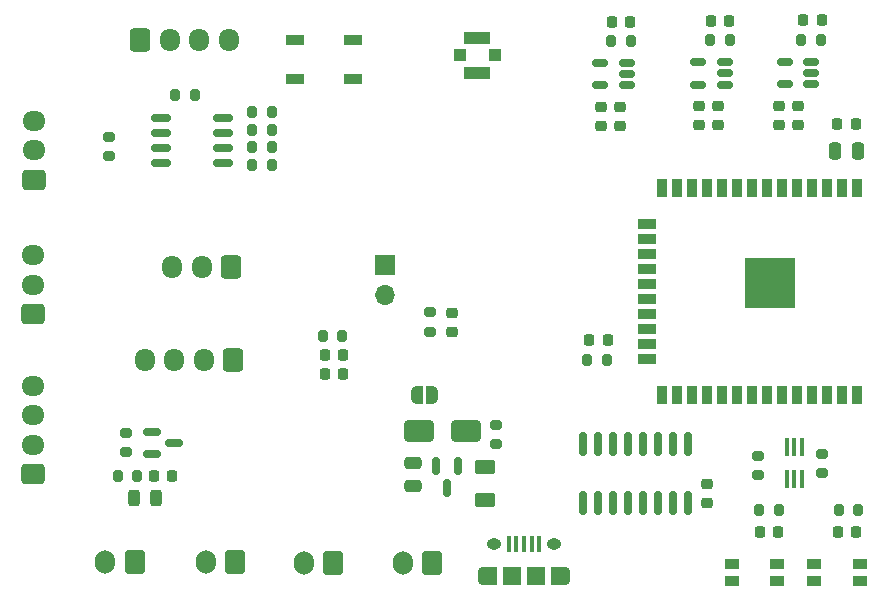
<source format=gts>
G04 #@! TF.GenerationSoftware,KiCad,Pcbnew,7.0.5-7.0.5~ubuntu20.04.1*
G04 #@! TF.CreationDate,2023-10-16T22:49:33-03:00*
G04 #@! TF.ProjectId,Iguana_V1,49677561-6e61-45f5-9631-2e6b69636164,rev?*
G04 #@! TF.SameCoordinates,Original*
G04 #@! TF.FileFunction,Soldermask,Top*
G04 #@! TF.FilePolarity,Negative*
%FSLAX46Y46*%
G04 Gerber Fmt 4.6, Leading zero omitted, Abs format (unit mm)*
G04 Created by KiCad (PCBNEW 7.0.5-7.0.5~ubuntu20.04.1) date 2023-10-16 22:49:33*
%MOMM*%
%LPD*%
G01*
G04 APERTURE LIST*
G04 Aperture macros list*
%AMRoundRect*
0 Rectangle with rounded corners*
0 $1 Rounding radius*
0 $2 $3 $4 $5 $6 $7 $8 $9 X,Y pos of 4 corners*
0 Add a 4 corners polygon primitive as box body*
4,1,4,$2,$3,$4,$5,$6,$7,$8,$9,$2,$3,0*
0 Add four circle primitives for the rounded corners*
1,1,$1+$1,$2,$3*
1,1,$1+$1,$4,$5*
1,1,$1+$1,$6,$7*
1,1,$1+$1,$8,$9*
0 Add four rect primitives between the rounded corners*
20,1,$1+$1,$2,$3,$4,$5,0*
20,1,$1+$1,$4,$5,$6,$7,0*
20,1,$1+$1,$6,$7,$8,$9,0*
20,1,$1+$1,$8,$9,$2,$3,0*%
%AMFreePoly0*
4,1,19,0.500000,-0.750000,0.000000,-0.750000,0.000000,-0.744911,-0.071157,-0.744911,-0.207708,-0.704816,-0.327430,-0.627875,-0.420627,-0.520320,-0.479746,-0.390866,-0.500000,-0.250000,-0.500000,0.250000,-0.479746,0.390866,-0.420627,0.520320,-0.327430,0.627875,-0.207708,0.704816,-0.071157,0.744911,0.000000,0.744911,0.000000,0.750000,0.500000,0.750000,0.500000,-0.750000,0.500000,-0.750000,
$1*%
%AMFreePoly1*
4,1,19,0.000000,0.744911,0.071157,0.744911,0.207708,0.704816,0.327430,0.627875,0.420627,0.520320,0.479746,0.390866,0.500000,0.250000,0.500000,-0.250000,0.479746,-0.390866,0.420627,-0.520320,0.327430,-0.627875,0.207708,-0.704816,0.071157,-0.744911,0.000000,-0.744911,0.000000,-0.750000,-0.500000,-0.750000,-0.500000,0.750000,0.000000,0.750000,0.000000,0.744911,0.000000,0.744911,
$1*%
G04 Aperture macros list end*
%ADD10RoundRect,0.218750X-0.218750X-0.256250X0.218750X-0.256250X0.218750X0.256250X-0.218750X0.256250X0*%
%ADD11RoundRect,0.200000X-0.200000X-0.275000X0.200000X-0.275000X0.200000X0.275000X-0.200000X0.275000X0*%
%ADD12RoundRect,0.150000X-0.150000X0.825000X-0.150000X-0.825000X0.150000X-0.825000X0.150000X0.825000X0*%
%ADD13RoundRect,0.250000X-1.000000X-0.650000X1.000000X-0.650000X1.000000X0.650000X-1.000000X0.650000X0*%
%ADD14RoundRect,0.200000X0.275000X-0.200000X0.275000X0.200000X-0.275000X0.200000X-0.275000X-0.200000X0*%
%ADD15RoundRect,0.243750X-0.243750X-0.456250X0.243750X-0.456250X0.243750X0.456250X-0.243750X0.456250X0*%
%ADD16RoundRect,0.150000X-0.587500X-0.150000X0.587500X-0.150000X0.587500X0.150000X-0.587500X0.150000X0*%
%ADD17R,1.700000X1.700000*%
%ADD18O,1.700000X1.700000*%
%ADD19R,0.400000X1.350000*%
%ADD20O,0.890000X1.550000*%
%ADD21R,1.200000X1.550000*%
%ADD22O,1.250000X0.950000*%
%ADD23R,1.500000X1.550000*%
%ADD24RoundRect,0.200000X-0.275000X0.200000X-0.275000X-0.200000X0.275000X-0.200000X0.275000X0.200000X0*%
%ADD25RoundRect,0.225000X-0.250000X0.225000X-0.250000X-0.225000X0.250000X-0.225000X0.250000X0.225000X0*%
%ADD26RoundRect,0.225000X-0.225000X-0.250000X0.225000X-0.250000X0.225000X0.250000X-0.225000X0.250000X0*%
%ADD27R,0.400000X1.500000*%
%ADD28RoundRect,0.200000X0.200000X0.275000X-0.200000X0.275000X-0.200000X-0.275000X0.200000X-0.275000X0*%
%ADD29RoundRect,0.150000X0.512500X0.150000X-0.512500X0.150000X-0.512500X-0.150000X0.512500X-0.150000X0*%
%ADD30RoundRect,0.250000X-0.250000X-0.475000X0.250000X-0.475000X0.250000X0.475000X-0.250000X0.475000X0*%
%ADD31RoundRect,0.250000X0.600000X0.750000X-0.600000X0.750000X-0.600000X-0.750000X0.600000X-0.750000X0*%
%ADD32O,1.700000X2.000000*%
%ADD33R,1.250000X0.900000*%
%ADD34RoundRect,0.225000X0.250000X-0.225000X0.250000X0.225000X-0.250000X0.225000X-0.250000X-0.225000X0*%
%ADD35R,0.900000X1.500000*%
%ADD36R,1.500000X0.900000*%
%ADD37R,4.200000X4.200000*%
%ADD38RoundRect,0.218750X0.256250X-0.218750X0.256250X0.218750X-0.256250X0.218750X-0.256250X-0.218750X0*%
%ADD39RoundRect,0.250000X-0.600000X-0.725000X0.600000X-0.725000X0.600000X0.725000X-0.600000X0.725000X0*%
%ADD40O,1.700000X1.950000*%
%ADD41RoundRect,0.250000X0.600000X0.725000X-0.600000X0.725000X-0.600000X-0.725000X0.600000X-0.725000X0*%
%ADD42RoundRect,0.250000X0.725000X-0.600000X0.725000X0.600000X-0.725000X0.600000X-0.725000X-0.600000X0*%
%ADD43O,1.950000X1.700000*%
%ADD44RoundRect,0.250000X0.625000X-0.375000X0.625000X0.375000X-0.625000X0.375000X-0.625000X-0.375000X0*%
%ADD45RoundRect,0.250000X0.475000X-0.250000X0.475000X0.250000X-0.475000X0.250000X-0.475000X-0.250000X0*%
%ADD46FreePoly0,180.000000*%
%ADD47FreePoly1,180.000000*%
%ADD48R,1.000000X1.000000*%
%ADD49R,2.200000X1.050000*%
%ADD50RoundRect,0.218750X0.218750X0.256250X-0.218750X0.256250X-0.218750X-0.256250X0.218750X-0.256250X0*%
%ADD51RoundRect,0.150000X-0.150000X0.587500X-0.150000X-0.587500X0.150000X-0.587500X0.150000X0.587500X0*%
%ADD52RoundRect,0.150000X0.675000X0.150000X-0.675000X0.150000X-0.675000X-0.150000X0.675000X-0.150000X0*%
G04 APERTURE END LIST*
D10*
X107316310Y-61200000D03*
X108891310Y-61200000D03*
X131637500Y-31400000D03*
X133212500Y-31400000D03*
D11*
X89812500Y-69800000D03*
X91462500Y-69800000D03*
D12*
X138045000Y-67125000D03*
X136775000Y-67125000D03*
X135505000Y-67125000D03*
X134235000Y-67125000D03*
X132965000Y-67125000D03*
X131695000Y-67125000D03*
X130425000Y-67125000D03*
X129155000Y-67125000D03*
X129155000Y-72075000D03*
X130425000Y-72075000D03*
X131695000Y-72075000D03*
X132965000Y-72075000D03*
X134235000Y-72075000D03*
X135505000Y-72075000D03*
X136775000Y-72075000D03*
X138045000Y-72075000D03*
D13*
X115300000Y-66000000D03*
X119300000Y-66000000D03*
D14*
X144000000Y-69775000D03*
X144000000Y-68125000D03*
D15*
X91162500Y-71700000D03*
X93037500Y-71700000D03*
D16*
X92700000Y-66100000D03*
X92700000Y-68000000D03*
X94575000Y-67050000D03*
D17*
X112400000Y-51925000D03*
D18*
X112400000Y-54465000D03*
D19*
X122900000Y-75600000D03*
X123550000Y-75600000D03*
X124200000Y-75600000D03*
X124850000Y-75600000D03*
X125500000Y-75600000D03*
D20*
X120700000Y-78300000D03*
D21*
X121300000Y-78300000D03*
D22*
X121700000Y-75600000D03*
D23*
X123200000Y-78300000D03*
X125200000Y-78300000D03*
D22*
X126700000Y-75600000D03*
D21*
X127100000Y-78300000D03*
D20*
X127700000Y-78300000D03*
D24*
X89100000Y-41125000D03*
X89100000Y-42775000D03*
D25*
X140600000Y-38525000D03*
X140600000Y-40075000D03*
D14*
X149450000Y-69575000D03*
X149450000Y-67925000D03*
D26*
X150725000Y-40000000D03*
X152275000Y-40000000D03*
D27*
X147750000Y-67390000D03*
X147100000Y-67390000D03*
X146450000Y-67390000D03*
X146450000Y-70050000D03*
X147100000Y-70050000D03*
X147750000Y-70050000D03*
D28*
X102825000Y-43500000D03*
X101175000Y-43500000D03*
D29*
X141175000Y-36700000D03*
X141175000Y-35750000D03*
X141175000Y-34800000D03*
X138900000Y-34800000D03*
X138900000Y-36700000D03*
D30*
X150550000Y-42300000D03*
X152450000Y-42300000D03*
D10*
X107316310Y-59600000D03*
X108891310Y-59600000D03*
X140012500Y-31325000D03*
X141587500Y-31325000D03*
D29*
X148537500Y-36650000D03*
X148537500Y-35700000D03*
X148537500Y-34750000D03*
X146262500Y-34750000D03*
X146262500Y-36650000D03*
X132937500Y-36750000D03*
X132937500Y-35800000D03*
X132937500Y-34850000D03*
X130662500Y-34850000D03*
X130662500Y-36750000D03*
D25*
X132300000Y-38625000D03*
X132300000Y-40175000D03*
D31*
X99750000Y-77125000D03*
D32*
X97250000Y-77125000D03*
D28*
X133225000Y-33000000D03*
X131575000Y-33000000D03*
D33*
X141775000Y-78750000D03*
X145625000Y-78750000D03*
X141775000Y-77250000D03*
X145625000Y-77250000D03*
D14*
X116250000Y-57625000D03*
X116250000Y-55975000D03*
D25*
X147400000Y-38525000D03*
X147400000Y-40075000D03*
D10*
X129712500Y-58300000D03*
X131287500Y-58300000D03*
D34*
X139700000Y-72075000D03*
X139700000Y-70525000D03*
D35*
X152400000Y-45450000D03*
X151130000Y-45450000D03*
X149860000Y-45450000D03*
X148590000Y-45450000D03*
X147320000Y-45450000D03*
X146050000Y-45450000D03*
X144780000Y-45450000D03*
X143510000Y-45450000D03*
X142240000Y-45450000D03*
X140970000Y-45450000D03*
X139700000Y-45450000D03*
X138430000Y-45450000D03*
X137160000Y-45450000D03*
X135890000Y-45450000D03*
D36*
X134640000Y-48490000D03*
X134640000Y-49760000D03*
X134640000Y-51030000D03*
X134640000Y-52300000D03*
X134640000Y-53570000D03*
X134640000Y-54840000D03*
X134640000Y-56110000D03*
X134640000Y-57380000D03*
X134640000Y-58650000D03*
X134640000Y-59920000D03*
D35*
X135890000Y-62950000D03*
X137160000Y-62950000D03*
X138430000Y-62950000D03*
X139700000Y-62950000D03*
X140970000Y-62950000D03*
X142240000Y-62950000D03*
X143510000Y-62950000D03*
X144780000Y-62950000D03*
X146050000Y-62950000D03*
X147320000Y-62950000D03*
X148590000Y-62950000D03*
X149860000Y-62950000D03*
X151130000Y-62950000D03*
X152400000Y-62950000D03*
D37*
X145060000Y-53520000D03*
D38*
X118100000Y-57600000D03*
X118100000Y-56025000D03*
D24*
X90537500Y-66175000D03*
X90537500Y-67825000D03*
D39*
X91700000Y-32900000D03*
D40*
X94200000Y-32900000D03*
X96700000Y-32900000D03*
X99200000Y-32900000D03*
D41*
X99400000Y-52100000D03*
D40*
X96900000Y-52100000D03*
X94400000Y-52100000D03*
D42*
X82725000Y-44750000D03*
D43*
X82725000Y-42250000D03*
X82725000Y-39750000D03*
D28*
X145750000Y-72700000D03*
X144100000Y-72700000D03*
D25*
X130700000Y-38625000D03*
X130700000Y-40175000D03*
X145800000Y-38525000D03*
X145800000Y-40075000D03*
D28*
X131200000Y-60000000D03*
X129550000Y-60000000D03*
D42*
X82625000Y-56150000D03*
D43*
X82625000Y-53650000D03*
X82625000Y-51150000D03*
D44*
X120900000Y-71900000D03*
X120900000Y-69100000D03*
D41*
X99600000Y-60000000D03*
D40*
X97100000Y-60000000D03*
X94600000Y-60000000D03*
X92100000Y-60000000D03*
D10*
X147812500Y-31200000D03*
X149387500Y-31200000D03*
D11*
X107178810Y-58000000D03*
X108828810Y-58000000D03*
D28*
X96325000Y-37600000D03*
X94675000Y-37600000D03*
D25*
X139000000Y-38525000D03*
X139000000Y-40075000D03*
D31*
X91250000Y-77125000D03*
D32*
X88750000Y-77125000D03*
D31*
X108050000Y-77225000D03*
D32*
X105550000Y-77225000D03*
D45*
X114800000Y-70650000D03*
X114800000Y-68750000D03*
D28*
X102825000Y-39000000D03*
X101175000Y-39000000D03*
D26*
X144150000Y-74600000D03*
X145700000Y-74600000D03*
D46*
X116450000Y-63000000D03*
D47*
X115150000Y-63000000D03*
D31*
X116450000Y-77225000D03*
D32*
X113950000Y-77225000D03*
D24*
X121800000Y-65475000D03*
X121800000Y-67125000D03*
D28*
X102825000Y-42000000D03*
X101175000Y-42000000D03*
D36*
X104800000Y-32900000D03*
X104800000Y-36200000D03*
X109700000Y-36200000D03*
X109700000Y-32900000D03*
D48*
X121750000Y-34200000D03*
D49*
X120250000Y-35675000D03*
D48*
X118750000Y-34200000D03*
D49*
X120250000Y-32725000D03*
D28*
X102825000Y-40500000D03*
X101175000Y-40500000D03*
D11*
X147675000Y-32900000D03*
X149325000Y-32900000D03*
D26*
X150800000Y-74600000D03*
X152350000Y-74600000D03*
D11*
X139975000Y-32900000D03*
X141625000Y-32900000D03*
D33*
X148775000Y-78750000D03*
X152625000Y-78750000D03*
X148775000Y-77250000D03*
X152625000Y-77250000D03*
D42*
X82600000Y-69700000D03*
D43*
X82600000Y-67200000D03*
X82600000Y-64700000D03*
X82600000Y-62200000D03*
D50*
X94425000Y-69800000D03*
X92850000Y-69800000D03*
D51*
X118650000Y-68962500D03*
X116750000Y-68962500D03*
X117700000Y-70837500D03*
D28*
X152500000Y-72700000D03*
X150850000Y-72700000D03*
D52*
X98725000Y-43305000D03*
X98725000Y-42035000D03*
X98725000Y-40765000D03*
X98725000Y-39495000D03*
X93475000Y-39495000D03*
X93475000Y-40765000D03*
X93475000Y-42035000D03*
X93475000Y-43305000D03*
M02*

</source>
